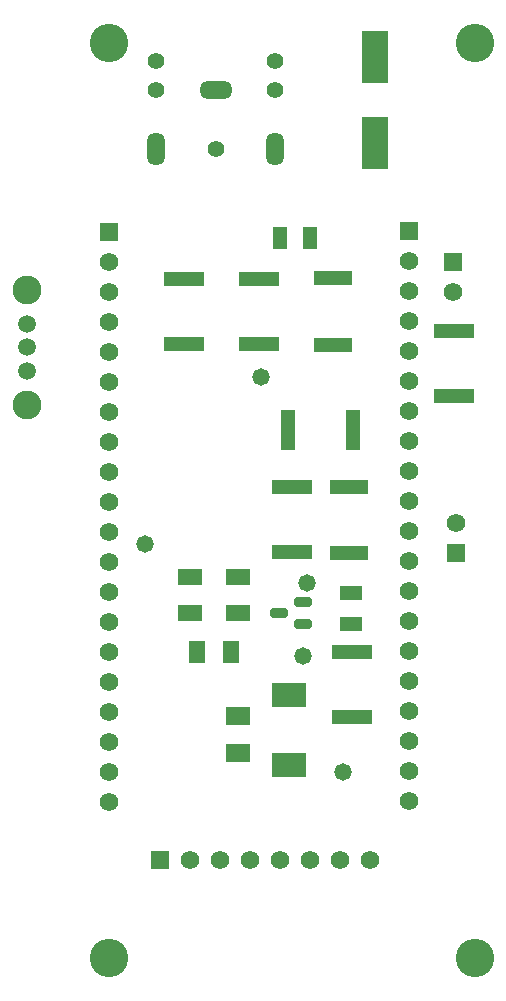
<source format=gts>
G04*
G04 #@! TF.GenerationSoftware,Altium Limited,Altium Designer,22.0.2 (36)*
G04*
G04 Layer_Color=8388736*
%FSLAX25Y25*%
%MOIN*%
G70*
G04*
G04 #@! TF.SameCoordinates,7C6212BA-1BE9-4310-A8C3-E6ACAF7CF704*
G04*
G04*
G04 #@! TF.FilePolarity,Negative*
G04*
G01*
G75*
%ADD16R,0.13209X0.05135*%
%ADD18R,0.12631X0.04547*%
%ADD22R,0.11811X0.07874*%
%ADD24R,0.05135X0.13209*%
%ADD27R,0.05131X0.07493*%
%ADD28R,0.05249X0.07769*%
%ADD29R,0.07493X0.05131*%
G04:AMPARAMS|DCode=30|XSize=59.97mil|YSize=31.23mil|CornerRadius=6.9mil|HoleSize=0mil|Usage=FLASHONLY|Rotation=180.000|XOffset=0mil|YOffset=0mil|HoleType=Round|Shape=RoundedRectangle|*
%AMROUNDEDRECTD30*
21,1,0.05997,0.01742,0,0,180.0*
21,1,0.04616,0.03123,0,0,180.0*
1,1,0.01381,-0.02308,0.00871*
1,1,0.01381,0.02308,0.00871*
1,1,0.01381,0.02308,-0.00871*
1,1,0.01381,-0.02308,-0.00871*
%
%ADD30ROUNDEDRECTD30*%
%ADD31R,0.07887X0.05918*%
%ADD32R,0.09068X0.17335*%
%ADD33R,0.07887X0.05721*%
%ADD34C,0.05524*%
%ADD35O,0.05950X0.11099*%
%ADD36O,0.11099X0.05950*%
%ADD37C,0.05950*%
%ADD38C,0.09658*%
%ADD39C,0.06181*%
%ADD40R,0.06181X0.06181*%
%ADD41R,0.06181X0.06181*%
%ADD42C,0.12800*%
%ADD43C,0.05800*%
D16*
X496500Y310669D02*
D03*
Y332331D02*
D03*
X431398Y328169D02*
D03*
Y349831D02*
D03*
X462500Y203669D02*
D03*
Y225331D02*
D03*
X442500Y258669D02*
D03*
Y280331D02*
D03*
X406500Y349831D02*
D03*
Y328169D02*
D03*
D18*
X456000Y327875D02*
D03*
Y350125D02*
D03*
X461500Y258375D02*
D03*
Y280625D02*
D03*
D22*
X441500Y211311D02*
D03*
Y187689D02*
D03*
D24*
X441169Y299500D02*
D03*
X462831D02*
D03*
D27*
X438382Y363500D02*
D03*
X448618D02*
D03*
D28*
X422189Y225500D02*
D03*
X410811D02*
D03*
D29*
X462000Y234882D02*
D03*
Y245118D02*
D03*
D30*
X445996Y234760D02*
D03*
Y242240D02*
D03*
X438004Y238500D02*
D03*
D31*
X424500Y191898D02*
D03*
Y204102D02*
D03*
D32*
X470000Y395031D02*
D03*
Y423969D02*
D03*
D33*
X424500Y238496D02*
D03*
Y250504D02*
D03*
X408500Y238496D02*
D03*
Y250504D02*
D03*
D34*
X397315Y412685D02*
D03*
Y422528D02*
D03*
X417000Y393000D02*
D03*
X436685Y412685D02*
D03*
Y422528D02*
D03*
D35*
Y393000D02*
D03*
X397315D02*
D03*
D36*
X417000Y412685D02*
D03*
D37*
X354000Y327000D02*
D03*
Y319126D02*
D03*
Y334874D02*
D03*
D38*
Y307906D02*
D03*
Y346094D02*
D03*
D39*
X468500Y156000D02*
D03*
X458500D02*
D03*
X448500D02*
D03*
X438500D02*
D03*
X428500D02*
D03*
X418500D02*
D03*
X408500D02*
D03*
X381500Y355500D02*
D03*
Y345500D02*
D03*
Y335500D02*
D03*
Y325500D02*
D03*
Y315500D02*
D03*
Y305500D02*
D03*
Y295500D02*
D03*
Y285500D02*
D03*
Y275500D02*
D03*
Y265500D02*
D03*
Y255500D02*
D03*
Y245500D02*
D03*
Y235500D02*
D03*
Y225500D02*
D03*
Y215500D02*
D03*
Y205500D02*
D03*
Y195500D02*
D03*
Y185500D02*
D03*
Y175500D02*
D03*
X481500Y355795D02*
D03*
Y345795D02*
D03*
Y335795D02*
D03*
Y325795D02*
D03*
Y315795D02*
D03*
Y305795D02*
D03*
Y295795D02*
D03*
Y285795D02*
D03*
Y275795D02*
D03*
Y265795D02*
D03*
Y255795D02*
D03*
Y245795D02*
D03*
Y235795D02*
D03*
Y225795D02*
D03*
Y215795D02*
D03*
Y205795D02*
D03*
Y195795D02*
D03*
Y185795D02*
D03*
Y175795D02*
D03*
X497000Y268500D02*
D03*
X496000Y345500D02*
D03*
D40*
X398500Y156000D02*
D03*
D41*
X381500Y365500D02*
D03*
X481500Y365795D02*
D03*
X497000Y258500D02*
D03*
X496000Y355500D02*
D03*
D42*
X381500Y428500D02*
D03*
X503500D02*
D03*
Y123500D02*
D03*
X381500D02*
D03*
D43*
X447500Y248500D02*
D03*
X446000Y224000D02*
D03*
X459500Y185500D02*
D03*
X393500Y261500D02*
D03*
X432000Y317000D02*
D03*
M02*

</source>
